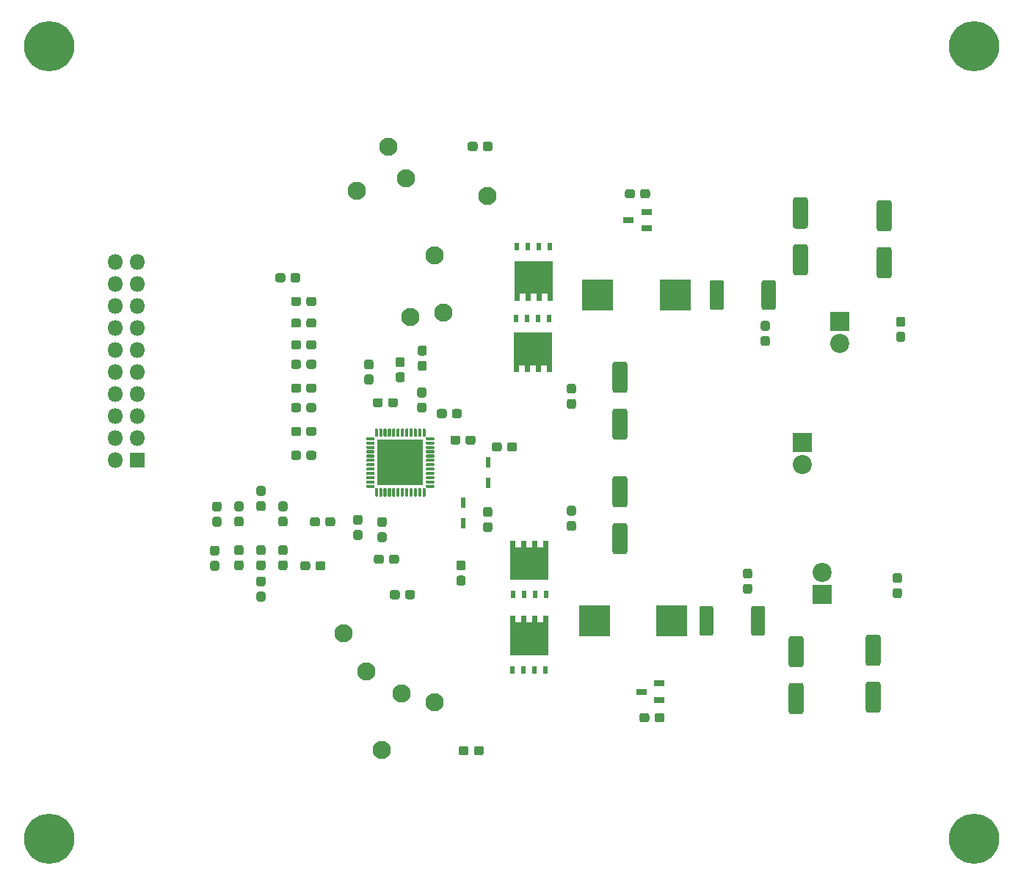
<source format=gts>
%TF.GenerationSoftware,KiCad,Pcbnew,(5.1.6)-1*%
%TF.CreationDate,2020-10-29T17:58:23+05:30*%
%TF.ProjectId,LTC3884,4c544333-3838-4342-9e6b-696361645f70,rev?*%
%TF.SameCoordinates,Original*%
%TF.FileFunction,Soldermask,Top*%
%TF.FilePolarity,Negative*%
%FSLAX46Y46*%
G04 Gerber Fmt 4.6, Leading zero omitted, Abs format (unit mm)*
G04 Created by KiCad (PCBNEW (5.1.6)-1) date 2020-10-29 17:58:23*
%MOMM*%
%LPD*%
G01*
G04 APERTURE LIST*
%ADD10C,5.800000*%
%ADD11R,3.650000X3.600000*%
%ADD12C,2.100000*%
%ADD13R,0.600000X0.950000*%
%ADD14C,0.100000*%
%ADD15R,5.250000X5.250000*%
%ADD16R,0.600000X1.175000*%
%ADD17R,1.200000X0.750000*%
%ADD18R,2.200000X2.200000*%
%ADD19C,2.200000*%
%ADD20R,1.800000X1.800000*%
%ADD21O,1.800000X1.800000*%
G04 APERTURE END LIST*
D10*
%TO.C,REF\u002A\u002A*%
X130810000Y-158750000D03*
%TD*%
%TO.C,REF\u002A\u002A*%
X237490000Y-158750000D03*
%TD*%
%TO.C,REF\u002A\u002A*%
X130810000Y-67310000D03*
%TD*%
%TO.C,REF\u002A\u002A*%
X237490000Y-67310000D03*
%TD*%
%TO.C,C25*%
G36*
G01*
X181093500Y-122220000D02*
X181618500Y-122220000D01*
G75*
G02*
X181881000Y-122482500I0J-262500D01*
G01*
X181881000Y-123107500D01*
G75*
G02*
X181618500Y-123370000I-262500J0D01*
G01*
X181093500Y-123370000D01*
G75*
G02*
X180831000Y-123107500I0J262500D01*
G01*
X180831000Y-122482500D01*
G75*
G02*
X181093500Y-122220000I262500J0D01*
G01*
G37*
G36*
G01*
X181093500Y-120470000D02*
X181618500Y-120470000D01*
G75*
G02*
X181881000Y-120732500I0J-262500D01*
G01*
X181881000Y-121357500D01*
G75*
G02*
X181618500Y-121620000I-262500J0D01*
G01*
X181093500Y-121620000D01*
G75*
G02*
X180831000Y-121357500I0J262500D01*
G01*
X180831000Y-120732500D01*
G75*
G02*
X181093500Y-120470000I262500J0D01*
G01*
G37*
%TD*%
%TO.C,R27*%
G36*
G01*
X207375000Y-132145392D02*
X207375000Y-135062608D01*
G75*
G02*
X207108608Y-135329000I-266392J0D01*
G01*
X206016392Y-135329000D01*
G75*
G02*
X205750000Y-135062608I0J266392D01*
G01*
X205750000Y-132145392D01*
G75*
G02*
X206016392Y-131879000I266392J0D01*
G01*
X207108608Y-131879000D01*
G75*
G02*
X207375000Y-132145392I0J-266392D01*
G01*
G37*
G36*
G01*
X213350000Y-132145392D02*
X213350000Y-135062608D01*
G75*
G02*
X213083608Y-135329000I-266392J0D01*
G01*
X211991392Y-135329000D01*
G75*
G02*
X211725000Y-135062608I0J266392D01*
G01*
X211725000Y-132145392D01*
G75*
G02*
X211991392Y-131879000I266392J0D01*
G01*
X213083608Y-131879000D01*
G75*
G02*
X213350000Y-132145392I0J-266392D01*
G01*
G37*
%TD*%
%TO.C,R26*%
G36*
G01*
X208584500Y-94553392D02*
X208584500Y-97470608D01*
G75*
G02*
X208318108Y-97737000I-266392J0D01*
G01*
X207225892Y-97737000D01*
G75*
G02*
X206959500Y-97470608I0J266392D01*
G01*
X206959500Y-94553392D01*
G75*
G02*
X207225892Y-94287000I266392J0D01*
G01*
X208318108Y-94287000D01*
G75*
G02*
X208584500Y-94553392I0J-266392D01*
G01*
G37*
G36*
G01*
X214559500Y-94553392D02*
X214559500Y-97470608D01*
G75*
G02*
X214293108Y-97737000I-266392J0D01*
G01*
X213200892Y-97737000D01*
G75*
G02*
X212934500Y-97470608I0J266392D01*
G01*
X212934500Y-94553392D01*
G75*
G02*
X213200892Y-94287000I266392J0D01*
G01*
X214293108Y-94287000D01*
G75*
G02*
X214559500Y-94553392I0J-266392D01*
G01*
G37*
%TD*%
D11*
%TO.C,L2*%
X202595000Y-133604000D03*
X193645000Y-133604000D03*
%TD*%
%TO.C,L1*%
X203006000Y-96012000D03*
X194056000Y-96012000D03*
%TD*%
%TO.C,C22*%
G36*
G01*
X197180375Y-107304000D02*
X196011625Y-107304000D01*
G75*
G02*
X195746000Y-107038375I0J265625D01*
G01*
X195746000Y-103969625D01*
G75*
G02*
X196011625Y-103704000I265625J0D01*
G01*
X197180375Y-103704000D01*
G75*
G02*
X197446000Y-103969625I0J-265625D01*
G01*
X197446000Y-107038375D01*
G75*
G02*
X197180375Y-107304000I-265625J0D01*
G01*
G37*
G36*
G01*
X197180375Y-112704000D02*
X196011625Y-112704000D01*
G75*
G02*
X195746000Y-112438375I0J265625D01*
G01*
X195746000Y-109369625D01*
G75*
G02*
X196011625Y-109104000I265625J0D01*
G01*
X197180375Y-109104000D01*
G75*
G02*
X197446000Y-109369625I0J-265625D01*
G01*
X197446000Y-112438375D01*
G75*
G02*
X197180375Y-112704000I-265625J0D01*
G01*
G37*
%TD*%
%TO.C,C21*%
G36*
G01*
X196011625Y-122312000D02*
X197180375Y-122312000D01*
G75*
G02*
X197446000Y-122577625I0J-265625D01*
G01*
X197446000Y-125646375D01*
G75*
G02*
X197180375Y-125912000I-265625J0D01*
G01*
X196011625Y-125912000D01*
G75*
G02*
X195746000Y-125646375I0J265625D01*
G01*
X195746000Y-122577625D01*
G75*
G02*
X196011625Y-122312000I265625J0D01*
G01*
G37*
G36*
G01*
X196011625Y-116912000D02*
X197180375Y-116912000D01*
G75*
G02*
X197446000Y-117177625I0J-265625D01*
G01*
X197446000Y-120246375D01*
G75*
G02*
X197180375Y-120512000I-265625J0D01*
G01*
X196011625Y-120512000D01*
G75*
G02*
X195746000Y-120246375I0J265625D01*
G01*
X195746000Y-117177625D01*
G75*
G02*
X196011625Y-116912000I265625J0D01*
G01*
G37*
%TD*%
%TO.C,C17*%
G36*
G01*
X216331625Y-140760000D02*
X217500375Y-140760000D01*
G75*
G02*
X217766000Y-141025625I0J-265625D01*
G01*
X217766000Y-144094375D01*
G75*
G02*
X217500375Y-144360000I-265625J0D01*
G01*
X216331625Y-144360000D01*
G75*
G02*
X216066000Y-144094375I0J265625D01*
G01*
X216066000Y-141025625D01*
G75*
G02*
X216331625Y-140760000I265625J0D01*
G01*
G37*
G36*
G01*
X216331625Y-135360000D02*
X217500375Y-135360000D01*
G75*
G02*
X217766000Y-135625625I0J-265625D01*
G01*
X217766000Y-138694375D01*
G75*
G02*
X217500375Y-138960000I-265625J0D01*
G01*
X216331625Y-138960000D01*
G75*
G02*
X216066000Y-138694375I0J265625D01*
G01*
X216066000Y-135625625D01*
G75*
G02*
X216331625Y-135360000I265625J0D01*
G01*
G37*
%TD*%
%TO.C,C15*%
G36*
G01*
X225221625Y-140600000D02*
X226390375Y-140600000D01*
G75*
G02*
X226656000Y-140865625I0J-265625D01*
G01*
X226656000Y-143934375D01*
G75*
G02*
X226390375Y-144200000I-265625J0D01*
G01*
X225221625Y-144200000D01*
G75*
G02*
X224956000Y-143934375I0J265625D01*
G01*
X224956000Y-140865625D01*
G75*
G02*
X225221625Y-140600000I265625J0D01*
G01*
G37*
G36*
G01*
X225221625Y-135200000D02*
X226390375Y-135200000D01*
G75*
G02*
X226656000Y-135465625I0J-265625D01*
G01*
X226656000Y-138534375D01*
G75*
G02*
X226390375Y-138800000I-265625J0D01*
G01*
X225221625Y-138800000D01*
G75*
G02*
X224956000Y-138534375I0J265625D01*
G01*
X224956000Y-135465625D01*
G75*
G02*
X225221625Y-135200000I265625J0D01*
G01*
G37*
%TD*%
%TO.C,C14*%
G36*
G01*
X227660375Y-88668000D02*
X226491625Y-88668000D01*
G75*
G02*
X226226000Y-88402375I0J265625D01*
G01*
X226226000Y-85333625D01*
G75*
G02*
X226491625Y-85068000I265625J0D01*
G01*
X227660375Y-85068000D01*
G75*
G02*
X227926000Y-85333625I0J-265625D01*
G01*
X227926000Y-88402375D01*
G75*
G02*
X227660375Y-88668000I-265625J0D01*
G01*
G37*
G36*
G01*
X227660375Y-94068000D02*
X226491625Y-94068000D01*
G75*
G02*
X226226000Y-93802375I0J265625D01*
G01*
X226226000Y-90733625D01*
G75*
G02*
X226491625Y-90468000I265625J0D01*
G01*
X227660375Y-90468000D01*
G75*
G02*
X227926000Y-90733625I0J-265625D01*
G01*
X227926000Y-93802375D01*
G75*
G02*
X227660375Y-94068000I-265625J0D01*
G01*
G37*
%TD*%
%TO.C,C13*%
G36*
G01*
X218008375Y-88348000D02*
X216839625Y-88348000D01*
G75*
G02*
X216574000Y-88082375I0J265625D01*
G01*
X216574000Y-85013625D01*
G75*
G02*
X216839625Y-84748000I265625J0D01*
G01*
X218008375Y-84748000D01*
G75*
G02*
X218274000Y-85013625I0J-265625D01*
G01*
X218274000Y-88082375D01*
G75*
G02*
X218008375Y-88348000I-265625J0D01*
G01*
G37*
G36*
G01*
X218008375Y-93748000D02*
X216839625Y-93748000D01*
G75*
G02*
X216574000Y-93482375I0J265625D01*
G01*
X216574000Y-90413625D01*
G75*
G02*
X216839625Y-90148000I265625J0D01*
G01*
X218008375Y-90148000D01*
G75*
G02*
X218274000Y-90413625I0J-265625D01*
G01*
X218274000Y-93482375D01*
G75*
G02*
X218008375Y-93748000I-265625J0D01*
G01*
G37*
%TD*%
D12*
%TO.C,TP12*%
X169164000Y-148463000D03*
%TD*%
%TO.C,TP11*%
X169926000Y-78867000D03*
%TD*%
D13*
%TO.C,Q4*%
X188545840Y-90430000D03*
X187275840Y-90430000D03*
X186005840Y-90430000D03*
X184735840Y-90430000D03*
D14*
G36*
X188245840Y-96655000D02*
G01*
X188245840Y-95855000D01*
X187575840Y-95855000D01*
X187575840Y-96655000D01*
X186975840Y-96655000D01*
X186975840Y-95855000D01*
X186305840Y-95855000D01*
X186305840Y-96655000D01*
X185705840Y-96655000D01*
X185705840Y-95855000D01*
X185035840Y-95855000D01*
X185035840Y-96655000D01*
X184435840Y-96655000D01*
X184435840Y-92105000D01*
X188845840Y-92105000D01*
X188845840Y-96655000D01*
X188245840Y-96655000D01*
G37*
%TD*%
%TO.C,U1*%
G36*
G01*
X173922000Y-111416400D02*
X174097000Y-111416400D01*
G75*
G02*
X174184500Y-111503900I0J-87500D01*
G01*
X174184500Y-112303900D01*
G75*
G02*
X174097000Y-112391400I-87500J0D01*
G01*
X173922000Y-112391400D01*
G75*
G02*
X173834500Y-112303900I0J87500D01*
G01*
X173834500Y-111503900D01*
G75*
G02*
X173922000Y-111416400I87500J0D01*
G01*
G37*
G36*
G01*
X173422000Y-111416400D02*
X173597000Y-111416400D01*
G75*
G02*
X173684500Y-111503900I0J-87500D01*
G01*
X173684500Y-112303900D01*
G75*
G02*
X173597000Y-112391400I-87500J0D01*
G01*
X173422000Y-112391400D01*
G75*
G02*
X173334500Y-112303900I0J87500D01*
G01*
X173334500Y-111503900D01*
G75*
G02*
X173422000Y-111416400I87500J0D01*
G01*
G37*
G36*
G01*
X172922000Y-111416400D02*
X173097000Y-111416400D01*
G75*
G02*
X173184500Y-111503900I0J-87500D01*
G01*
X173184500Y-112303900D01*
G75*
G02*
X173097000Y-112391400I-87500J0D01*
G01*
X172922000Y-112391400D01*
G75*
G02*
X172834500Y-112303900I0J87500D01*
G01*
X172834500Y-111503900D01*
G75*
G02*
X172922000Y-111416400I87500J0D01*
G01*
G37*
G36*
G01*
X172422000Y-111416400D02*
X172597000Y-111416400D01*
G75*
G02*
X172684500Y-111503900I0J-87500D01*
G01*
X172684500Y-112303900D01*
G75*
G02*
X172597000Y-112391400I-87500J0D01*
G01*
X172422000Y-112391400D01*
G75*
G02*
X172334500Y-112303900I0J87500D01*
G01*
X172334500Y-111503900D01*
G75*
G02*
X172422000Y-111416400I87500J0D01*
G01*
G37*
G36*
G01*
X171922000Y-111416400D02*
X172097000Y-111416400D01*
G75*
G02*
X172184500Y-111503900I0J-87500D01*
G01*
X172184500Y-112303900D01*
G75*
G02*
X172097000Y-112391400I-87500J0D01*
G01*
X171922000Y-112391400D01*
G75*
G02*
X171834500Y-112303900I0J87500D01*
G01*
X171834500Y-111503900D01*
G75*
G02*
X171922000Y-111416400I87500J0D01*
G01*
G37*
G36*
G01*
X171422000Y-111416400D02*
X171597000Y-111416400D01*
G75*
G02*
X171684500Y-111503900I0J-87500D01*
G01*
X171684500Y-112303900D01*
G75*
G02*
X171597000Y-112391400I-87500J0D01*
G01*
X171422000Y-112391400D01*
G75*
G02*
X171334500Y-112303900I0J87500D01*
G01*
X171334500Y-111503900D01*
G75*
G02*
X171422000Y-111416400I87500J0D01*
G01*
G37*
G36*
G01*
X170922000Y-111416400D02*
X171097000Y-111416400D01*
G75*
G02*
X171184500Y-111503900I0J-87500D01*
G01*
X171184500Y-112303900D01*
G75*
G02*
X171097000Y-112391400I-87500J0D01*
G01*
X170922000Y-112391400D01*
G75*
G02*
X170834500Y-112303900I0J87500D01*
G01*
X170834500Y-111503900D01*
G75*
G02*
X170922000Y-111416400I87500J0D01*
G01*
G37*
G36*
G01*
X170422000Y-111416400D02*
X170597000Y-111416400D01*
G75*
G02*
X170684500Y-111503900I0J-87500D01*
G01*
X170684500Y-112303900D01*
G75*
G02*
X170597000Y-112391400I-87500J0D01*
G01*
X170422000Y-112391400D01*
G75*
G02*
X170334500Y-112303900I0J87500D01*
G01*
X170334500Y-111503900D01*
G75*
G02*
X170422000Y-111416400I87500J0D01*
G01*
G37*
G36*
G01*
X169922000Y-111416400D02*
X170097000Y-111416400D01*
G75*
G02*
X170184500Y-111503900I0J-87500D01*
G01*
X170184500Y-112303900D01*
G75*
G02*
X170097000Y-112391400I-87500J0D01*
G01*
X169922000Y-112391400D01*
G75*
G02*
X169834500Y-112303900I0J87500D01*
G01*
X169834500Y-111503900D01*
G75*
G02*
X169922000Y-111416400I87500J0D01*
G01*
G37*
G36*
G01*
X169422000Y-111416400D02*
X169597000Y-111416400D01*
G75*
G02*
X169684500Y-111503900I0J-87500D01*
G01*
X169684500Y-112303900D01*
G75*
G02*
X169597000Y-112391400I-87500J0D01*
G01*
X169422000Y-112391400D01*
G75*
G02*
X169334500Y-112303900I0J87500D01*
G01*
X169334500Y-111503900D01*
G75*
G02*
X169422000Y-111416400I87500J0D01*
G01*
G37*
G36*
G01*
X168922000Y-111416400D02*
X169097000Y-111416400D01*
G75*
G02*
X169184500Y-111503900I0J-87500D01*
G01*
X169184500Y-112303900D01*
G75*
G02*
X169097000Y-112391400I-87500J0D01*
G01*
X168922000Y-112391400D01*
G75*
G02*
X168834500Y-112303900I0J87500D01*
G01*
X168834500Y-111503900D01*
G75*
G02*
X168922000Y-111416400I87500J0D01*
G01*
G37*
G36*
G01*
X168422000Y-111416400D02*
X168597000Y-111416400D01*
G75*
G02*
X168684500Y-111503900I0J-87500D01*
G01*
X168684500Y-112303900D01*
G75*
G02*
X168597000Y-112391400I-87500J0D01*
G01*
X168422000Y-112391400D01*
G75*
G02*
X168334500Y-112303900I0J87500D01*
G01*
X168334500Y-111503900D01*
G75*
G02*
X168422000Y-111416400I87500J0D01*
G01*
G37*
G36*
G01*
X167422000Y-112416400D02*
X168222000Y-112416400D01*
G75*
G02*
X168309500Y-112503900I0J-87500D01*
G01*
X168309500Y-112678900D01*
G75*
G02*
X168222000Y-112766400I-87500J0D01*
G01*
X167422000Y-112766400D01*
G75*
G02*
X167334500Y-112678900I0J87500D01*
G01*
X167334500Y-112503900D01*
G75*
G02*
X167422000Y-112416400I87500J0D01*
G01*
G37*
G36*
G01*
X167422000Y-112916400D02*
X168222000Y-112916400D01*
G75*
G02*
X168309500Y-113003900I0J-87500D01*
G01*
X168309500Y-113178900D01*
G75*
G02*
X168222000Y-113266400I-87500J0D01*
G01*
X167422000Y-113266400D01*
G75*
G02*
X167334500Y-113178900I0J87500D01*
G01*
X167334500Y-113003900D01*
G75*
G02*
X167422000Y-112916400I87500J0D01*
G01*
G37*
G36*
G01*
X167422000Y-113416400D02*
X168222000Y-113416400D01*
G75*
G02*
X168309500Y-113503900I0J-87500D01*
G01*
X168309500Y-113678900D01*
G75*
G02*
X168222000Y-113766400I-87500J0D01*
G01*
X167422000Y-113766400D01*
G75*
G02*
X167334500Y-113678900I0J87500D01*
G01*
X167334500Y-113503900D01*
G75*
G02*
X167422000Y-113416400I87500J0D01*
G01*
G37*
G36*
G01*
X167422000Y-113916400D02*
X168222000Y-113916400D01*
G75*
G02*
X168309500Y-114003900I0J-87500D01*
G01*
X168309500Y-114178900D01*
G75*
G02*
X168222000Y-114266400I-87500J0D01*
G01*
X167422000Y-114266400D01*
G75*
G02*
X167334500Y-114178900I0J87500D01*
G01*
X167334500Y-114003900D01*
G75*
G02*
X167422000Y-113916400I87500J0D01*
G01*
G37*
G36*
G01*
X167422000Y-114416400D02*
X168222000Y-114416400D01*
G75*
G02*
X168309500Y-114503900I0J-87500D01*
G01*
X168309500Y-114678900D01*
G75*
G02*
X168222000Y-114766400I-87500J0D01*
G01*
X167422000Y-114766400D01*
G75*
G02*
X167334500Y-114678900I0J87500D01*
G01*
X167334500Y-114503900D01*
G75*
G02*
X167422000Y-114416400I87500J0D01*
G01*
G37*
G36*
G01*
X167422000Y-114916400D02*
X168222000Y-114916400D01*
G75*
G02*
X168309500Y-115003900I0J-87500D01*
G01*
X168309500Y-115178900D01*
G75*
G02*
X168222000Y-115266400I-87500J0D01*
G01*
X167422000Y-115266400D01*
G75*
G02*
X167334500Y-115178900I0J87500D01*
G01*
X167334500Y-115003900D01*
G75*
G02*
X167422000Y-114916400I87500J0D01*
G01*
G37*
G36*
G01*
X167422000Y-115416400D02*
X168222000Y-115416400D01*
G75*
G02*
X168309500Y-115503900I0J-87500D01*
G01*
X168309500Y-115678900D01*
G75*
G02*
X168222000Y-115766400I-87500J0D01*
G01*
X167422000Y-115766400D01*
G75*
G02*
X167334500Y-115678900I0J87500D01*
G01*
X167334500Y-115503900D01*
G75*
G02*
X167422000Y-115416400I87500J0D01*
G01*
G37*
G36*
G01*
X167422000Y-115916400D02*
X168222000Y-115916400D01*
G75*
G02*
X168309500Y-116003900I0J-87500D01*
G01*
X168309500Y-116178900D01*
G75*
G02*
X168222000Y-116266400I-87500J0D01*
G01*
X167422000Y-116266400D01*
G75*
G02*
X167334500Y-116178900I0J87500D01*
G01*
X167334500Y-116003900D01*
G75*
G02*
X167422000Y-115916400I87500J0D01*
G01*
G37*
G36*
G01*
X167422000Y-116416400D02*
X168222000Y-116416400D01*
G75*
G02*
X168309500Y-116503900I0J-87500D01*
G01*
X168309500Y-116678900D01*
G75*
G02*
X168222000Y-116766400I-87500J0D01*
G01*
X167422000Y-116766400D01*
G75*
G02*
X167334500Y-116678900I0J87500D01*
G01*
X167334500Y-116503900D01*
G75*
G02*
X167422000Y-116416400I87500J0D01*
G01*
G37*
G36*
G01*
X167422000Y-116916400D02*
X168222000Y-116916400D01*
G75*
G02*
X168309500Y-117003900I0J-87500D01*
G01*
X168309500Y-117178900D01*
G75*
G02*
X168222000Y-117266400I-87500J0D01*
G01*
X167422000Y-117266400D01*
G75*
G02*
X167334500Y-117178900I0J87500D01*
G01*
X167334500Y-117003900D01*
G75*
G02*
X167422000Y-116916400I87500J0D01*
G01*
G37*
G36*
G01*
X167422000Y-117416400D02*
X168222000Y-117416400D01*
G75*
G02*
X168309500Y-117503900I0J-87500D01*
G01*
X168309500Y-117678900D01*
G75*
G02*
X168222000Y-117766400I-87500J0D01*
G01*
X167422000Y-117766400D01*
G75*
G02*
X167334500Y-117678900I0J87500D01*
G01*
X167334500Y-117503900D01*
G75*
G02*
X167422000Y-117416400I87500J0D01*
G01*
G37*
G36*
G01*
X167422000Y-117916400D02*
X168222000Y-117916400D01*
G75*
G02*
X168309500Y-118003900I0J-87500D01*
G01*
X168309500Y-118178900D01*
G75*
G02*
X168222000Y-118266400I-87500J0D01*
G01*
X167422000Y-118266400D01*
G75*
G02*
X167334500Y-118178900I0J87500D01*
G01*
X167334500Y-118003900D01*
G75*
G02*
X167422000Y-117916400I87500J0D01*
G01*
G37*
G36*
G01*
X168422000Y-118291400D02*
X168597000Y-118291400D01*
G75*
G02*
X168684500Y-118378900I0J-87500D01*
G01*
X168684500Y-119178900D01*
G75*
G02*
X168597000Y-119266400I-87500J0D01*
G01*
X168422000Y-119266400D01*
G75*
G02*
X168334500Y-119178900I0J87500D01*
G01*
X168334500Y-118378900D01*
G75*
G02*
X168422000Y-118291400I87500J0D01*
G01*
G37*
G36*
G01*
X168922000Y-118291400D02*
X169097000Y-118291400D01*
G75*
G02*
X169184500Y-118378900I0J-87500D01*
G01*
X169184500Y-119178900D01*
G75*
G02*
X169097000Y-119266400I-87500J0D01*
G01*
X168922000Y-119266400D01*
G75*
G02*
X168834500Y-119178900I0J87500D01*
G01*
X168834500Y-118378900D01*
G75*
G02*
X168922000Y-118291400I87500J0D01*
G01*
G37*
G36*
G01*
X169422000Y-118291400D02*
X169597000Y-118291400D01*
G75*
G02*
X169684500Y-118378900I0J-87500D01*
G01*
X169684500Y-119178900D01*
G75*
G02*
X169597000Y-119266400I-87500J0D01*
G01*
X169422000Y-119266400D01*
G75*
G02*
X169334500Y-119178900I0J87500D01*
G01*
X169334500Y-118378900D01*
G75*
G02*
X169422000Y-118291400I87500J0D01*
G01*
G37*
G36*
G01*
X169922000Y-118291400D02*
X170097000Y-118291400D01*
G75*
G02*
X170184500Y-118378900I0J-87500D01*
G01*
X170184500Y-119178900D01*
G75*
G02*
X170097000Y-119266400I-87500J0D01*
G01*
X169922000Y-119266400D01*
G75*
G02*
X169834500Y-119178900I0J87500D01*
G01*
X169834500Y-118378900D01*
G75*
G02*
X169922000Y-118291400I87500J0D01*
G01*
G37*
G36*
G01*
X170422000Y-118291400D02*
X170597000Y-118291400D01*
G75*
G02*
X170684500Y-118378900I0J-87500D01*
G01*
X170684500Y-119178900D01*
G75*
G02*
X170597000Y-119266400I-87500J0D01*
G01*
X170422000Y-119266400D01*
G75*
G02*
X170334500Y-119178900I0J87500D01*
G01*
X170334500Y-118378900D01*
G75*
G02*
X170422000Y-118291400I87500J0D01*
G01*
G37*
G36*
G01*
X170922000Y-118291400D02*
X171097000Y-118291400D01*
G75*
G02*
X171184500Y-118378900I0J-87500D01*
G01*
X171184500Y-119178900D01*
G75*
G02*
X171097000Y-119266400I-87500J0D01*
G01*
X170922000Y-119266400D01*
G75*
G02*
X170834500Y-119178900I0J87500D01*
G01*
X170834500Y-118378900D01*
G75*
G02*
X170922000Y-118291400I87500J0D01*
G01*
G37*
G36*
G01*
X171422000Y-118291400D02*
X171597000Y-118291400D01*
G75*
G02*
X171684500Y-118378900I0J-87500D01*
G01*
X171684500Y-119178900D01*
G75*
G02*
X171597000Y-119266400I-87500J0D01*
G01*
X171422000Y-119266400D01*
G75*
G02*
X171334500Y-119178900I0J87500D01*
G01*
X171334500Y-118378900D01*
G75*
G02*
X171422000Y-118291400I87500J0D01*
G01*
G37*
G36*
G01*
X171922000Y-118291400D02*
X172097000Y-118291400D01*
G75*
G02*
X172184500Y-118378900I0J-87500D01*
G01*
X172184500Y-119178900D01*
G75*
G02*
X172097000Y-119266400I-87500J0D01*
G01*
X171922000Y-119266400D01*
G75*
G02*
X171834500Y-119178900I0J87500D01*
G01*
X171834500Y-118378900D01*
G75*
G02*
X171922000Y-118291400I87500J0D01*
G01*
G37*
G36*
G01*
X172422000Y-118291400D02*
X172597000Y-118291400D01*
G75*
G02*
X172684500Y-118378900I0J-87500D01*
G01*
X172684500Y-119178900D01*
G75*
G02*
X172597000Y-119266400I-87500J0D01*
G01*
X172422000Y-119266400D01*
G75*
G02*
X172334500Y-119178900I0J87500D01*
G01*
X172334500Y-118378900D01*
G75*
G02*
X172422000Y-118291400I87500J0D01*
G01*
G37*
G36*
G01*
X172922000Y-118291400D02*
X173097000Y-118291400D01*
G75*
G02*
X173184500Y-118378900I0J-87500D01*
G01*
X173184500Y-119178900D01*
G75*
G02*
X173097000Y-119266400I-87500J0D01*
G01*
X172922000Y-119266400D01*
G75*
G02*
X172834500Y-119178900I0J87500D01*
G01*
X172834500Y-118378900D01*
G75*
G02*
X172922000Y-118291400I87500J0D01*
G01*
G37*
G36*
G01*
X173422000Y-118291400D02*
X173597000Y-118291400D01*
G75*
G02*
X173684500Y-118378900I0J-87500D01*
G01*
X173684500Y-119178900D01*
G75*
G02*
X173597000Y-119266400I-87500J0D01*
G01*
X173422000Y-119266400D01*
G75*
G02*
X173334500Y-119178900I0J87500D01*
G01*
X173334500Y-118378900D01*
G75*
G02*
X173422000Y-118291400I87500J0D01*
G01*
G37*
G36*
G01*
X173922000Y-118291400D02*
X174097000Y-118291400D01*
G75*
G02*
X174184500Y-118378900I0J-87500D01*
G01*
X174184500Y-119178900D01*
G75*
G02*
X174097000Y-119266400I-87500J0D01*
G01*
X173922000Y-119266400D01*
G75*
G02*
X173834500Y-119178900I0J87500D01*
G01*
X173834500Y-118378900D01*
G75*
G02*
X173922000Y-118291400I87500J0D01*
G01*
G37*
G36*
G01*
X174297000Y-117916400D02*
X175097000Y-117916400D01*
G75*
G02*
X175184500Y-118003900I0J-87500D01*
G01*
X175184500Y-118178900D01*
G75*
G02*
X175097000Y-118266400I-87500J0D01*
G01*
X174297000Y-118266400D01*
G75*
G02*
X174209500Y-118178900I0J87500D01*
G01*
X174209500Y-118003900D01*
G75*
G02*
X174297000Y-117916400I87500J0D01*
G01*
G37*
G36*
G01*
X174297000Y-117416400D02*
X175097000Y-117416400D01*
G75*
G02*
X175184500Y-117503900I0J-87500D01*
G01*
X175184500Y-117678900D01*
G75*
G02*
X175097000Y-117766400I-87500J0D01*
G01*
X174297000Y-117766400D01*
G75*
G02*
X174209500Y-117678900I0J87500D01*
G01*
X174209500Y-117503900D01*
G75*
G02*
X174297000Y-117416400I87500J0D01*
G01*
G37*
G36*
G01*
X174297000Y-116916400D02*
X175097000Y-116916400D01*
G75*
G02*
X175184500Y-117003900I0J-87500D01*
G01*
X175184500Y-117178900D01*
G75*
G02*
X175097000Y-117266400I-87500J0D01*
G01*
X174297000Y-117266400D01*
G75*
G02*
X174209500Y-117178900I0J87500D01*
G01*
X174209500Y-117003900D01*
G75*
G02*
X174297000Y-116916400I87500J0D01*
G01*
G37*
G36*
G01*
X174297000Y-116416400D02*
X175097000Y-116416400D01*
G75*
G02*
X175184500Y-116503900I0J-87500D01*
G01*
X175184500Y-116678900D01*
G75*
G02*
X175097000Y-116766400I-87500J0D01*
G01*
X174297000Y-116766400D01*
G75*
G02*
X174209500Y-116678900I0J87500D01*
G01*
X174209500Y-116503900D01*
G75*
G02*
X174297000Y-116416400I87500J0D01*
G01*
G37*
G36*
G01*
X174297000Y-115916400D02*
X175097000Y-115916400D01*
G75*
G02*
X175184500Y-116003900I0J-87500D01*
G01*
X175184500Y-116178900D01*
G75*
G02*
X175097000Y-116266400I-87500J0D01*
G01*
X174297000Y-116266400D01*
G75*
G02*
X174209500Y-116178900I0J87500D01*
G01*
X174209500Y-116003900D01*
G75*
G02*
X174297000Y-115916400I87500J0D01*
G01*
G37*
G36*
G01*
X174297000Y-115416400D02*
X175097000Y-115416400D01*
G75*
G02*
X175184500Y-115503900I0J-87500D01*
G01*
X175184500Y-115678900D01*
G75*
G02*
X175097000Y-115766400I-87500J0D01*
G01*
X174297000Y-115766400D01*
G75*
G02*
X174209500Y-115678900I0J87500D01*
G01*
X174209500Y-115503900D01*
G75*
G02*
X174297000Y-115416400I87500J0D01*
G01*
G37*
G36*
G01*
X174297000Y-114916400D02*
X175097000Y-114916400D01*
G75*
G02*
X175184500Y-115003900I0J-87500D01*
G01*
X175184500Y-115178900D01*
G75*
G02*
X175097000Y-115266400I-87500J0D01*
G01*
X174297000Y-115266400D01*
G75*
G02*
X174209500Y-115178900I0J87500D01*
G01*
X174209500Y-115003900D01*
G75*
G02*
X174297000Y-114916400I87500J0D01*
G01*
G37*
G36*
G01*
X174297000Y-114416400D02*
X175097000Y-114416400D01*
G75*
G02*
X175184500Y-114503900I0J-87500D01*
G01*
X175184500Y-114678900D01*
G75*
G02*
X175097000Y-114766400I-87500J0D01*
G01*
X174297000Y-114766400D01*
G75*
G02*
X174209500Y-114678900I0J87500D01*
G01*
X174209500Y-114503900D01*
G75*
G02*
X174297000Y-114416400I87500J0D01*
G01*
G37*
G36*
G01*
X174297000Y-113916400D02*
X175097000Y-113916400D01*
G75*
G02*
X175184500Y-114003900I0J-87500D01*
G01*
X175184500Y-114178900D01*
G75*
G02*
X175097000Y-114266400I-87500J0D01*
G01*
X174297000Y-114266400D01*
G75*
G02*
X174209500Y-114178900I0J87500D01*
G01*
X174209500Y-114003900D01*
G75*
G02*
X174297000Y-113916400I87500J0D01*
G01*
G37*
G36*
G01*
X174297000Y-113416400D02*
X175097000Y-113416400D01*
G75*
G02*
X175184500Y-113503900I0J-87500D01*
G01*
X175184500Y-113678900D01*
G75*
G02*
X175097000Y-113766400I-87500J0D01*
G01*
X174297000Y-113766400D01*
G75*
G02*
X174209500Y-113678900I0J87500D01*
G01*
X174209500Y-113503900D01*
G75*
G02*
X174297000Y-113416400I87500J0D01*
G01*
G37*
G36*
G01*
X174297000Y-112916400D02*
X175097000Y-112916400D01*
G75*
G02*
X175184500Y-113003900I0J-87500D01*
G01*
X175184500Y-113178900D01*
G75*
G02*
X175097000Y-113266400I-87500J0D01*
G01*
X174297000Y-113266400D01*
G75*
G02*
X174209500Y-113178900I0J87500D01*
G01*
X174209500Y-113003900D01*
G75*
G02*
X174297000Y-112916400I87500J0D01*
G01*
G37*
G36*
G01*
X174297000Y-112416400D02*
X175097000Y-112416400D01*
G75*
G02*
X175184500Y-112503900I0J-87500D01*
G01*
X175184500Y-112678900D01*
G75*
G02*
X175097000Y-112766400I-87500J0D01*
G01*
X174297000Y-112766400D01*
G75*
G02*
X174209500Y-112678900I0J87500D01*
G01*
X174209500Y-112503900D01*
G75*
G02*
X174297000Y-112416400I87500J0D01*
G01*
G37*
D15*
X171259500Y-115341400D03*
%TD*%
D14*
%TO.C,Q6*%
G36*
X184505880Y-133011800D02*
G01*
X184505880Y-133811800D01*
X185175880Y-133811800D01*
X185175880Y-133011800D01*
X185775880Y-133011800D01*
X185775880Y-133811800D01*
X186445880Y-133811800D01*
X186445880Y-133011800D01*
X187045880Y-133011800D01*
X187045880Y-133811800D01*
X187715880Y-133811800D01*
X187715880Y-133011800D01*
X188315880Y-133011800D01*
X188315880Y-137561800D01*
X183905880Y-137561800D01*
X183905880Y-133011800D01*
X184505880Y-133011800D01*
G37*
D13*
X188015880Y-139236800D03*
X186745880Y-139236800D03*
X185475880Y-139236800D03*
X184205880Y-139236800D03*
%TD*%
%TO.C,Q5*%
X184266840Y-130575640D03*
X185536840Y-130575640D03*
X186806840Y-130575640D03*
X188076840Y-130575640D03*
D14*
G36*
X184566840Y-124350640D02*
G01*
X184566840Y-125150640D01*
X185236840Y-125150640D01*
X185236840Y-124350640D01*
X185836840Y-124350640D01*
X185836840Y-125150640D01*
X186506840Y-125150640D01*
X186506840Y-124350640D01*
X187106840Y-124350640D01*
X187106840Y-125150640D01*
X187776840Y-125150640D01*
X187776840Y-124350640D01*
X188376840Y-124350640D01*
X188376840Y-128900640D01*
X183966840Y-128900640D01*
X183966840Y-124350640D01*
X184566840Y-124350640D01*
G37*
%TD*%
%TO.C,C2*%
G36*
G01*
X170987500Y-103175000D02*
X171512500Y-103175000D01*
G75*
G02*
X171775000Y-103437500I0J-262500D01*
G01*
X171775000Y-104062500D01*
G75*
G02*
X171512500Y-104325000I-262500J0D01*
G01*
X170987500Y-104325000D01*
G75*
G02*
X170725000Y-104062500I0J262500D01*
G01*
X170725000Y-103437500D01*
G75*
G02*
X170987500Y-103175000I262500J0D01*
G01*
G37*
G36*
G01*
X170987500Y-104925000D02*
X171512500Y-104925000D01*
G75*
G02*
X171775000Y-105187500I0J-262500D01*
G01*
X171775000Y-105812500D01*
G75*
G02*
X171512500Y-106075000I-262500J0D01*
G01*
X170987500Y-106075000D01*
G75*
G02*
X170725000Y-105812500I0J262500D01*
G01*
X170725000Y-105187500D01*
G75*
G02*
X170987500Y-104925000I262500J0D01*
G01*
G37*
%TD*%
%TO.C,C3*%
G36*
G01*
X198928000Y-84590500D02*
X198928000Y-84065500D01*
G75*
G02*
X199190500Y-83803000I262500J0D01*
G01*
X199815500Y-83803000D01*
G75*
G02*
X200078000Y-84065500I0J-262500D01*
G01*
X200078000Y-84590500D01*
G75*
G02*
X199815500Y-84853000I-262500J0D01*
G01*
X199190500Y-84853000D01*
G75*
G02*
X198928000Y-84590500I0J262500D01*
G01*
G37*
G36*
G01*
X197178000Y-84590500D02*
X197178000Y-84065500D01*
G75*
G02*
X197440500Y-83803000I262500J0D01*
G01*
X198065500Y-83803000D01*
G75*
G02*
X198328000Y-84065500I0J-262500D01*
G01*
X198328000Y-84590500D01*
G75*
G02*
X198065500Y-84853000I-262500J0D01*
G01*
X197440500Y-84853000D01*
G75*
G02*
X197178000Y-84590500I0J262500D01*
G01*
G37*
%TD*%
%TO.C,C4*%
G36*
G01*
X173537000Y-103600500D02*
X174062000Y-103600500D01*
G75*
G02*
X174324500Y-103863000I0J-262500D01*
G01*
X174324500Y-104488000D01*
G75*
G02*
X174062000Y-104750500I-262500J0D01*
G01*
X173537000Y-104750500D01*
G75*
G02*
X173274500Y-104488000I0J262500D01*
G01*
X173274500Y-103863000D01*
G75*
G02*
X173537000Y-103600500I262500J0D01*
G01*
G37*
G36*
G01*
X173537000Y-101850500D02*
X174062000Y-101850500D01*
G75*
G02*
X174324500Y-102113000I0J-262500D01*
G01*
X174324500Y-102738000D01*
G75*
G02*
X174062000Y-103000500I-262500J0D01*
G01*
X173537000Y-103000500D01*
G75*
G02*
X173274500Y-102738000I0J262500D01*
G01*
X173274500Y-102113000D01*
G75*
G02*
X173537000Y-101850500I262500J0D01*
G01*
G37*
%TD*%
%TO.C,C5*%
G36*
G01*
X169245000Y-108170100D02*
X169245000Y-108695100D01*
G75*
G02*
X168982500Y-108957600I-262500J0D01*
G01*
X168357500Y-108957600D01*
G75*
G02*
X168095000Y-108695100I0J262500D01*
G01*
X168095000Y-108170100D01*
G75*
G02*
X168357500Y-107907600I262500J0D01*
G01*
X168982500Y-107907600D01*
G75*
G02*
X169245000Y-108170100I0J-262500D01*
G01*
G37*
G36*
G01*
X170995000Y-108170100D02*
X170995000Y-108695100D01*
G75*
G02*
X170732500Y-108957600I-262500J0D01*
G01*
X170107500Y-108957600D01*
G75*
G02*
X169845000Y-108695100I0J262500D01*
G01*
X169845000Y-108170100D01*
G75*
G02*
X170107500Y-107907600I262500J0D01*
G01*
X170732500Y-107907600D01*
G75*
G02*
X170995000Y-108170100I0J-262500D01*
G01*
G37*
%TD*%
%TO.C,C6*%
G36*
G01*
X174012500Y-109575000D02*
X173487500Y-109575000D01*
G75*
G02*
X173225000Y-109312500I0J262500D01*
G01*
X173225000Y-108687500D01*
G75*
G02*
X173487500Y-108425000I262500J0D01*
G01*
X174012500Y-108425000D01*
G75*
G02*
X174275000Y-108687500I0J-262500D01*
G01*
X174275000Y-109312500D01*
G75*
G02*
X174012500Y-109575000I-262500J0D01*
G01*
G37*
G36*
G01*
X174012500Y-107825000D02*
X173487500Y-107825000D01*
G75*
G02*
X173225000Y-107562500I0J262500D01*
G01*
X173225000Y-106937500D01*
G75*
G02*
X173487500Y-106675000I262500J0D01*
G01*
X174012500Y-106675000D01*
G75*
G02*
X174275000Y-106937500I0J-262500D01*
G01*
X174275000Y-107562500D01*
G75*
G02*
X174012500Y-107825000I-262500J0D01*
G01*
G37*
%TD*%
%TO.C,C7*%
G36*
G01*
X179942120Y-112487500D02*
X179942120Y-113012500D01*
G75*
G02*
X179679620Y-113275000I-262500J0D01*
G01*
X179054620Y-113275000D01*
G75*
G02*
X178792120Y-113012500I0J262500D01*
G01*
X178792120Y-112487500D01*
G75*
G02*
X179054620Y-112225000I262500J0D01*
G01*
X179679620Y-112225000D01*
G75*
G02*
X179942120Y-112487500I0J-262500D01*
G01*
G37*
G36*
G01*
X178192120Y-112487500D02*
X178192120Y-113012500D01*
G75*
G02*
X177929620Y-113275000I-262500J0D01*
G01*
X177304620Y-113275000D01*
G75*
G02*
X177042120Y-113012500I0J262500D01*
G01*
X177042120Y-112487500D01*
G75*
G02*
X177304620Y-112225000I262500J0D01*
G01*
X177929620Y-112225000D01*
G75*
G02*
X178192120Y-112487500I0J-262500D01*
G01*
G37*
%TD*%
%TO.C,C8*%
G36*
G01*
X163756000Y-121911500D02*
X163756000Y-122436500D01*
G75*
G02*
X163493500Y-122699000I-262500J0D01*
G01*
X162868500Y-122699000D01*
G75*
G02*
X162606000Y-122436500I0J262500D01*
G01*
X162606000Y-121911500D01*
G75*
G02*
X162868500Y-121649000I262500J0D01*
G01*
X163493500Y-121649000D01*
G75*
G02*
X163756000Y-121911500I0J-262500D01*
G01*
G37*
G36*
G01*
X162006000Y-121911500D02*
X162006000Y-122436500D01*
G75*
G02*
X161743500Y-122699000I-262500J0D01*
G01*
X161118500Y-122699000D01*
G75*
G02*
X160856000Y-122436500I0J262500D01*
G01*
X160856000Y-121911500D01*
G75*
G02*
X161118500Y-121649000I262500J0D01*
G01*
X161743500Y-121649000D01*
G75*
G02*
X162006000Y-121911500I0J-262500D01*
G01*
G37*
%TD*%
%TO.C,C9*%
G36*
G01*
X166632500Y-122523000D02*
X166107500Y-122523000D01*
G75*
G02*
X165845000Y-122260500I0J262500D01*
G01*
X165845000Y-121635500D01*
G75*
G02*
X166107500Y-121373000I262500J0D01*
G01*
X166632500Y-121373000D01*
G75*
G02*
X166895000Y-121635500I0J-262500D01*
G01*
X166895000Y-122260500D01*
G75*
G02*
X166632500Y-122523000I-262500J0D01*
G01*
G37*
G36*
G01*
X166632500Y-124273000D02*
X166107500Y-124273000D01*
G75*
G02*
X165845000Y-124010500I0J262500D01*
G01*
X165845000Y-123385500D01*
G75*
G02*
X166107500Y-123123000I262500J0D01*
G01*
X166632500Y-123123000D01*
G75*
G02*
X166895000Y-123385500I0J-262500D01*
G01*
X166895000Y-124010500D01*
G75*
G02*
X166632500Y-124273000I-262500J0D01*
G01*
G37*
%TD*%
%TO.C,C10*%
G36*
G01*
X168901500Y-121627000D02*
X169426500Y-121627000D01*
G75*
G02*
X169689000Y-121889500I0J-262500D01*
G01*
X169689000Y-122514500D01*
G75*
G02*
X169426500Y-122777000I-262500J0D01*
G01*
X168901500Y-122777000D01*
G75*
G02*
X168639000Y-122514500I0J262500D01*
G01*
X168639000Y-121889500D01*
G75*
G02*
X168901500Y-121627000I262500J0D01*
G01*
G37*
G36*
G01*
X168901500Y-123377000D02*
X169426500Y-123377000D01*
G75*
G02*
X169689000Y-123639500I0J-262500D01*
G01*
X169689000Y-124264500D01*
G75*
G02*
X169426500Y-124527000I-262500J0D01*
G01*
X168901500Y-124527000D01*
G75*
G02*
X168639000Y-124264500I0J262500D01*
G01*
X168639000Y-123639500D01*
G75*
G02*
X168901500Y-123377000I262500J0D01*
G01*
G37*
%TD*%
%TO.C,C11*%
G36*
G01*
X178009940Y-128390960D02*
X178534940Y-128390960D01*
G75*
G02*
X178797440Y-128653460I0J-262500D01*
G01*
X178797440Y-129278460D01*
G75*
G02*
X178534940Y-129540960I-262500J0D01*
G01*
X178009940Y-129540960D01*
G75*
G02*
X177747440Y-129278460I0J262500D01*
G01*
X177747440Y-128653460D01*
G75*
G02*
X178009940Y-128390960I262500J0D01*
G01*
G37*
G36*
G01*
X178009940Y-126640960D02*
X178534940Y-126640960D01*
G75*
G02*
X178797440Y-126903460I0J-262500D01*
G01*
X178797440Y-127528460D01*
G75*
G02*
X178534940Y-127790960I-262500J0D01*
G01*
X178009940Y-127790960D01*
G75*
G02*
X177747440Y-127528460I0J262500D01*
G01*
X177747440Y-126903460D01*
G75*
G02*
X178009940Y-126640960I262500J0D01*
G01*
G37*
%TD*%
%TO.C,C12*%
G36*
G01*
X169372000Y-126229500D02*
X169372000Y-126754500D01*
G75*
G02*
X169109500Y-127017000I-262500J0D01*
G01*
X168484500Y-127017000D01*
G75*
G02*
X168222000Y-126754500I0J262500D01*
G01*
X168222000Y-126229500D01*
G75*
G02*
X168484500Y-125967000I262500J0D01*
G01*
X169109500Y-125967000D01*
G75*
G02*
X169372000Y-126229500I0J-262500D01*
G01*
G37*
G36*
G01*
X171122000Y-126229500D02*
X171122000Y-126754500D01*
G75*
G02*
X170859500Y-127017000I-262500J0D01*
G01*
X170234500Y-127017000D01*
G75*
G02*
X169972000Y-126754500I0J262500D01*
G01*
X169972000Y-126229500D01*
G75*
G02*
X170234500Y-125967000I262500J0D01*
G01*
X170859500Y-125967000D01*
G75*
G02*
X171122000Y-126229500I0J-262500D01*
G01*
G37*
%TD*%
%TO.C,C16*%
G36*
G01*
X228718500Y-98513000D02*
X229243500Y-98513000D01*
G75*
G02*
X229506000Y-98775500I0J-262500D01*
G01*
X229506000Y-99400500D01*
G75*
G02*
X229243500Y-99663000I-262500J0D01*
G01*
X228718500Y-99663000D01*
G75*
G02*
X228456000Y-99400500I0J262500D01*
G01*
X228456000Y-98775500D01*
G75*
G02*
X228718500Y-98513000I262500J0D01*
G01*
G37*
G36*
G01*
X228718500Y-100263000D02*
X229243500Y-100263000D01*
G75*
G02*
X229506000Y-100525500I0J-262500D01*
G01*
X229506000Y-101150500D01*
G75*
G02*
X229243500Y-101413000I-262500J0D01*
G01*
X228718500Y-101413000D01*
G75*
G02*
X228456000Y-101150500I0J262500D01*
G01*
X228456000Y-100525500D01*
G75*
G02*
X228718500Y-100263000I262500J0D01*
G01*
G37*
%TD*%
%TO.C,C18*%
G36*
G01*
X213097500Y-100743000D02*
X213622500Y-100743000D01*
G75*
G02*
X213885000Y-101005500I0J-262500D01*
G01*
X213885000Y-101630500D01*
G75*
G02*
X213622500Y-101893000I-262500J0D01*
G01*
X213097500Y-101893000D01*
G75*
G02*
X212835000Y-101630500I0J262500D01*
G01*
X212835000Y-101005500D01*
G75*
G02*
X213097500Y-100743000I262500J0D01*
G01*
G37*
G36*
G01*
X213097500Y-98993000D02*
X213622500Y-98993000D01*
G75*
G02*
X213885000Y-99255500I0J-262500D01*
G01*
X213885000Y-99880500D01*
G75*
G02*
X213622500Y-100143000I-262500J0D01*
G01*
X213097500Y-100143000D01*
G75*
G02*
X212835000Y-99880500I0J262500D01*
G01*
X212835000Y-99255500D01*
G75*
G02*
X213097500Y-98993000I262500J0D01*
G01*
G37*
%TD*%
%TO.C,C19*%
G36*
G01*
X228862500Y-129240000D02*
X228337500Y-129240000D01*
G75*
G02*
X228075000Y-128977500I0J262500D01*
G01*
X228075000Y-128352500D01*
G75*
G02*
X228337500Y-128090000I262500J0D01*
G01*
X228862500Y-128090000D01*
G75*
G02*
X229125000Y-128352500I0J-262500D01*
G01*
X229125000Y-128977500D01*
G75*
G02*
X228862500Y-129240000I-262500J0D01*
G01*
G37*
G36*
G01*
X228862500Y-130990000D02*
X228337500Y-130990000D01*
G75*
G02*
X228075000Y-130727500I0J262500D01*
G01*
X228075000Y-130102500D01*
G75*
G02*
X228337500Y-129840000I262500J0D01*
G01*
X228862500Y-129840000D01*
G75*
G02*
X229125000Y-130102500I0J-262500D01*
G01*
X229125000Y-130727500D01*
G75*
G02*
X228862500Y-130990000I-262500J0D01*
G01*
G37*
%TD*%
%TO.C,C20*%
G36*
G01*
X211590500Y-130482000D02*
X211065500Y-130482000D01*
G75*
G02*
X210803000Y-130219500I0J262500D01*
G01*
X210803000Y-129594500D01*
G75*
G02*
X211065500Y-129332000I262500J0D01*
G01*
X211590500Y-129332000D01*
G75*
G02*
X211853000Y-129594500I0J-262500D01*
G01*
X211853000Y-130219500D01*
G75*
G02*
X211590500Y-130482000I-262500J0D01*
G01*
G37*
G36*
G01*
X211590500Y-128732000D02*
X211065500Y-128732000D01*
G75*
G02*
X210803000Y-128469500I0J262500D01*
G01*
X210803000Y-127844500D01*
G75*
G02*
X211065500Y-127582000I262500J0D01*
G01*
X211590500Y-127582000D01*
G75*
G02*
X211853000Y-127844500I0J-262500D01*
G01*
X211853000Y-128469500D01*
G75*
G02*
X211590500Y-128732000I-262500J0D01*
G01*
G37*
%TD*%
D16*
%TO.C,D1*%
X181427120Y-117670480D03*
X181427120Y-115346480D03*
%TD*%
%TO.C,D2*%
X178562000Y-122320000D03*
X178562000Y-119996000D03*
%TD*%
D17*
%TO.C,Q1*%
X199068000Y-141788000D03*
X201168000Y-140828000D03*
X201168000Y-142748000D03*
%TD*%
%TO.C,Q2*%
X199678000Y-88336000D03*
X199678000Y-86416000D03*
X197578000Y-87376000D03*
%TD*%
D14*
%TO.C,Q3*%
G36*
X188168000Y-104914840D02*
G01*
X188168000Y-104114840D01*
X187498000Y-104114840D01*
X187498000Y-104914840D01*
X186898000Y-104914840D01*
X186898000Y-104114840D01*
X186228000Y-104114840D01*
X186228000Y-104914840D01*
X185628000Y-104914840D01*
X185628000Y-104114840D01*
X184958000Y-104114840D01*
X184958000Y-104914840D01*
X184358000Y-104914840D01*
X184358000Y-100364840D01*
X188768000Y-100364840D01*
X188768000Y-104914840D01*
X188168000Y-104914840D01*
G37*
D13*
X184658000Y-98689840D03*
X185928000Y-98689840D03*
X187198000Y-98689840D03*
X188468000Y-98689840D03*
%TD*%
%TO.C,R1*%
G36*
G01*
X167377500Y-105195680D02*
X167902500Y-105195680D01*
G75*
G02*
X168165000Y-105458180I0J-262500D01*
G01*
X168165000Y-106083180D01*
G75*
G02*
X167902500Y-106345680I-262500J0D01*
G01*
X167377500Y-106345680D01*
G75*
G02*
X167115000Y-106083180I0J262500D01*
G01*
X167115000Y-105458180D01*
G75*
G02*
X167377500Y-105195680I262500J0D01*
G01*
G37*
G36*
G01*
X167377500Y-103445680D02*
X167902500Y-103445680D01*
G75*
G02*
X168165000Y-103708180I0J-262500D01*
G01*
X168165000Y-104333180D01*
G75*
G02*
X167902500Y-104595680I-262500J0D01*
G01*
X167377500Y-104595680D01*
G75*
G02*
X167115000Y-104333180I0J262500D01*
G01*
X167115000Y-103708180D01*
G75*
G02*
X167377500Y-103445680I262500J0D01*
G01*
G37*
%TD*%
%TO.C,R2*%
G36*
G01*
X178372400Y-109429940D02*
X178372400Y-109954940D01*
G75*
G02*
X178109900Y-110217440I-262500J0D01*
G01*
X177484900Y-110217440D01*
G75*
G02*
X177222400Y-109954940I0J262500D01*
G01*
X177222400Y-109429940D01*
G75*
G02*
X177484900Y-109167440I262500J0D01*
G01*
X178109900Y-109167440D01*
G75*
G02*
X178372400Y-109429940I0J-262500D01*
G01*
G37*
G36*
G01*
X176622400Y-109429940D02*
X176622400Y-109954940D01*
G75*
G02*
X176359900Y-110217440I-262500J0D01*
G01*
X175734900Y-110217440D01*
G75*
G02*
X175472400Y-109954940I0J262500D01*
G01*
X175472400Y-109429940D01*
G75*
G02*
X175734900Y-109167440I262500J0D01*
G01*
X176359900Y-109167440D01*
G75*
G02*
X176622400Y-109429940I0J-262500D01*
G01*
G37*
%TD*%
%TO.C,R3*%
G36*
G01*
X160425000Y-97012500D02*
X160425000Y-96487500D01*
G75*
G02*
X160687500Y-96225000I262500J0D01*
G01*
X161312500Y-96225000D01*
G75*
G02*
X161575000Y-96487500I0J-262500D01*
G01*
X161575000Y-97012500D01*
G75*
G02*
X161312500Y-97275000I-262500J0D01*
G01*
X160687500Y-97275000D01*
G75*
G02*
X160425000Y-97012500I0J262500D01*
G01*
G37*
G36*
G01*
X158675000Y-97012500D02*
X158675000Y-96487500D01*
G75*
G02*
X158937500Y-96225000I262500J0D01*
G01*
X159562500Y-96225000D01*
G75*
G02*
X159825000Y-96487500I0J-262500D01*
G01*
X159825000Y-97012500D01*
G75*
G02*
X159562500Y-97275000I-262500J0D01*
G01*
X158937500Y-97275000D01*
G75*
G02*
X158675000Y-97012500I0J262500D01*
G01*
G37*
%TD*%
%TO.C,R4*%
G36*
G01*
X152391500Y-119815980D02*
X152916500Y-119815980D01*
G75*
G02*
X153179000Y-120078480I0J-262500D01*
G01*
X153179000Y-120703480D01*
G75*
G02*
X152916500Y-120965980I-262500J0D01*
G01*
X152391500Y-120965980D01*
G75*
G02*
X152129000Y-120703480I0J262500D01*
G01*
X152129000Y-120078480D01*
G75*
G02*
X152391500Y-119815980I262500J0D01*
G01*
G37*
G36*
G01*
X152391500Y-121565980D02*
X152916500Y-121565980D01*
G75*
G02*
X153179000Y-121828480I0J-262500D01*
G01*
X153179000Y-122453480D01*
G75*
G02*
X152916500Y-122715980I-262500J0D01*
G01*
X152391500Y-122715980D01*
G75*
G02*
X152129000Y-122453480I0J262500D01*
G01*
X152129000Y-121828480D01*
G75*
G02*
X152391500Y-121565980I262500J0D01*
G01*
G37*
%TD*%
%TO.C,R5*%
G36*
G01*
X159825000Y-98987500D02*
X159825000Y-99512500D01*
G75*
G02*
X159562500Y-99775000I-262500J0D01*
G01*
X158937500Y-99775000D01*
G75*
G02*
X158675000Y-99512500I0J262500D01*
G01*
X158675000Y-98987500D01*
G75*
G02*
X158937500Y-98725000I262500J0D01*
G01*
X159562500Y-98725000D01*
G75*
G02*
X159825000Y-98987500I0J-262500D01*
G01*
G37*
G36*
G01*
X161575000Y-98987500D02*
X161575000Y-99512500D01*
G75*
G02*
X161312500Y-99775000I-262500J0D01*
G01*
X160687500Y-99775000D01*
G75*
G02*
X160425000Y-99512500I0J262500D01*
G01*
X160425000Y-98987500D01*
G75*
G02*
X160687500Y-98725000I262500J0D01*
G01*
X161312500Y-98725000D01*
G75*
G02*
X161575000Y-98987500I0J-262500D01*
G01*
G37*
%TD*%
%TO.C,R6*%
G36*
G01*
X149851500Y-121601480D02*
X150376500Y-121601480D01*
G75*
G02*
X150639000Y-121863980I0J-262500D01*
G01*
X150639000Y-122488980D01*
G75*
G02*
X150376500Y-122751480I-262500J0D01*
G01*
X149851500Y-122751480D01*
G75*
G02*
X149589000Y-122488980I0J262500D01*
G01*
X149589000Y-121863980D01*
G75*
G02*
X149851500Y-121601480I262500J0D01*
G01*
G37*
G36*
G01*
X149851500Y-119851480D02*
X150376500Y-119851480D01*
G75*
G02*
X150639000Y-120113980I0J-262500D01*
G01*
X150639000Y-120738980D01*
G75*
G02*
X150376500Y-121001480I-262500J0D01*
G01*
X149851500Y-121001480D01*
G75*
G02*
X149589000Y-120738980I0J262500D01*
G01*
X149589000Y-120113980D01*
G75*
G02*
X149851500Y-119851480I262500J0D01*
G01*
G37*
%TD*%
%TO.C,R7*%
G36*
G01*
X156850000Y-94282500D02*
X156850000Y-93757500D01*
G75*
G02*
X157112500Y-93495000I262500J0D01*
G01*
X157737500Y-93495000D01*
G75*
G02*
X158000000Y-93757500I0J-262500D01*
G01*
X158000000Y-94282500D01*
G75*
G02*
X157737500Y-94545000I-262500J0D01*
G01*
X157112500Y-94545000D01*
G75*
G02*
X156850000Y-94282500I0J262500D01*
G01*
G37*
G36*
G01*
X158600000Y-94282500D02*
X158600000Y-93757500D01*
G75*
G02*
X158862500Y-93495000I262500J0D01*
G01*
X159487500Y-93495000D01*
G75*
G02*
X159750000Y-93757500I0J-262500D01*
G01*
X159750000Y-94282500D01*
G75*
G02*
X159487500Y-94545000I-262500J0D01*
G01*
X158862500Y-94545000D01*
G75*
G02*
X158600000Y-94282500I0J262500D01*
G01*
G37*
%TD*%
%TO.C,R8*%
G36*
G01*
X158675000Y-102012500D02*
X158675000Y-101487500D01*
G75*
G02*
X158937500Y-101225000I262500J0D01*
G01*
X159562500Y-101225000D01*
G75*
G02*
X159825000Y-101487500I0J-262500D01*
G01*
X159825000Y-102012500D01*
G75*
G02*
X159562500Y-102275000I-262500J0D01*
G01*
X158937500Y-102275000D01*
G75*
G02*
X158675000Y-102012500I0J262500D01*
G01*
G37*
G36*
G01*
X160425000Y-102012500D02*
X160425000Y-101487500D01*
G75*
G02*
X160687500Y-101225000I262500J0D01*
G01*
X161312500Y-101225000D01*
G75*
G02*
X161575000Y-101487500I0J-262500D01*
G01*
X161575000Y-102012500D01*
G75*
G02*
X161312500Y-102275000I-262500J0D01*
G01*
X160687500Y-102275000D01*
G75*
G02*
X160425000Y-102012500I0J262500D01*
G01*
G37*
%TD*%
%TO.C,R9*%
G36*
G01*
X160425000Y-104262500D02*
X160425000Y-103737500D01*
G75*
G02*
X160687500Y-103475000I262500J0D01*
G01*
X161312500Y-103475000D01*
G75*
G02*
X161575000Y-103737500I0J-262500D01*
G01*
X161575000Y-104262500D01*
G75*
G02*
X161312500Y-104525000I-262500J0D01*
G01*
X160687500Y-104525000D01*
G75*
G02*
X160425000Y-104262500I0J262500D01*
G01*
G37*
G36*
G01*
X158675000Y-104262500D02*
X158675000Y-103737500D01*
G75*
G02*
X158937500Y-103475000I262500J0D01*
G01*
X159562500Y-103475000D01*
G75*
G02*
X159825000Y-103737500I0J-262500D01*
G01*
X159825000Y-104262500D01*
G75*
G02*
X159562500Y-104525000I-262500J0D01*
G01*
X158937500Y-104525000D01*
G75*
G02*
X158675000Y-104262500I0J262500D01*
G01*
G37*
%TD*%
%TO.C,R10*%
G36*
G01*
X157471500Y-119815980D02*
X157996500Y-119815980D01*
G75*
G02*
X158259000Y-120078480I0J-262500D01*
G01*
X158259000Y-120703480D01*
G75*
G02*
X157996500Y-120965980I-262500J0D01*
G01*
X157471500Y-120965980D01*
G75*
G02*
X157209000Y-120703480I0J262500D01*
G01*
X157209000Y-120078480D01*
G75*
G02*
X157471500Y-119815980I262500J0D01*
G01*
G37*
G36*
G01*
X157471500Y-121565980D02*
X157996500Y-121565980D01*
G75*
G02*
X158259000Y-121828480I0J-262500D01*
G01*
X158259000Y-122453480D01*
G75*
G02*
X157996500Y-122715980I-262500J0D01*
G01*
X157471500Y-122715980D01*
G75*
G02*
X157209000Y-122453480I0J262500D01*
G01*
X157209000Y-121828480D01*
G75*
G02*
X157471500Y-121565980I262500J0D01*
G01*
G37*
%TD*%
%TO.C,R11*%
G36*
G01*
X158675000Y-107012500D02*
X158675000Y-106487500D01*
G75*
G02*
X158937500Y-106225000I262500J0D01*
G01*
X159562500Y-106225000D01*
G75*
G02*
X159825000Y-106487500I0J-262500D01*
G01*
X159825000Y-107012500D01*
G75*
G02*
X159562500Y-107275000I-262500J0D01*
G01*
X158937500Y-107275000D01*
G75*
G02*
X158675000Y-107012500I0J262500D01*
G01*
G37*
G36*
G01*
X160425000Y-107012500D02*
X160425000Y-106487500D01*
G75*
G02*
X160687500Y-106225000I262500J0D01*
G01*
X161312500Y-106225000D01*
G75*
G02*
X161575000Y-106487500I0J-262500D01*
G01*
X161575000Y-107012500D01*
G75*
G02*
X161312500Y-107275000I-262500J0D01*
G01*
X160687500Y-107275000D01*
G75*
G02*
X160425000Y-107012500I0J262500D01*
G01*
G37*
%TD*%
%TO.C,R12*%
G36*
G01*
X160425000Y-109262500D02*
X160425000Y-108737500D01*
G75*
G02*
X160687500Y-108475000I262500J0D01*
G01*
X161312500Y-108475000D01*
G75*
G02*
X161575000Y-108737500I0J-262500D01*
G01*
X161575000Y-109262500D01*
G75*
G02*
X161312500Y-109525000I-262500J0D01*
G01*
X160687500Y-109525000D01*
G75*
G02*
X160425000Y-109262500I0J262500D01*
G01*
G37*
G36*
G01*
X158675000Y-109262500D02*
X158675000Y-108737500D01*
G75*
G02*
X158937500Y-108475000I262500J0D01*
G01*
X159562500Y-108475000D01*
G75*
G02*
X159825000Y-108737500I0J-262500D01*
G01*
X159825000Y-109262500D01*
G75*
G02*
X159562500Y-109525000I-262500J0D01*
G01*
X158937500Y-109525000D01*
G75*
G02*
X158675000Y-109262500I0J262500D01*
G01*
G37*
%TD*%
%TO.C,R13*%
G36*
G01*
X155456500Y-120943000D02*
X154931500Y-120943000D01*
G75*
G02*
X154669000Y-120680500I0J262500D01*
G01*
X154669000Y-120055500D01*
G75*
G02*
X154931500Y-119793000I262500J0D01*
G01*
X155456500Y-119793000D01*
G75*
G02*
X155719000Y-120055500I0J-262500D01*
G01*
X155719000Y-120680500D01*
G75*
G02*
X155456500Y-120943000I-262500J0D01*
G01*
G37*
G36*
G01*
X155456500Y-119193000D02*
X154931500Y-119193000D01*
G75*
G02*
X154669000Y-118930500I0J262500D01*
G01*
X154669000Y-118305500D01*
G75*
G02*
X154931500Y-118043000I262500J0D01*
G01*
X155456500Y-118043000D01*
G75*
G02*
X155719000Y-118305500I0J-262500D01*
G01*
X155719000Y-118930500D01*
G75*
G02*
X155456500Y-119193000I-262500J0D01*
G01*
G37*
%TD*%
%TO.C,R14*%
G36*
G01*
X158675000Y-112012500D02*
X158675000Y-111487500D01*
G75*
G02*
X158937500Y-111225000I262500J0D01*
G01*
X159562500Y-111225000D01*
G75*
G02*
X159825000Y-111487500I0J-262500D01*
G01*
X159825000Y-112012500D01*
G75*
G02*
X159562500Y-112275000I-262500J0D01*
G01*
X158937500Y-112275000D01*
G75*
G02*
X158675000Y-112012500I0J262500D01*
G01*
G37*
G36*
G01*
X160425000Y-112012500D02*
X160425000Y-111487500D01*
G75*
G02*
X160687500Y-111225000I262500J0D01*
G01*
X161312500Y-111225000D01*
G75*
G02*
X161575000Y-111487500I0J-262500D01*
G01*
X161575000Y-112012500D01*
G75*
G02*
X161312500Y-112275000I-262500J0D01*
G01*
X160687500Y-112275000D01*
G75*
G02*
X160425000Y-112012500I0J262500D01*
G01*
G37*
%TD*%
%TO.C,R15*%
G36*
G01*
X160425000Y-114762500D02*
X160425000Y-114237500D01*
G75*
G02*
X160687500Y-113975000I262500J0D01*
G01*
X161312500Y-113975000D01*
G75*
G02*
X161575000Y-114237500I0J-262500D01*
G01*
X161575000Y-114762500D01*
G75*
G02*
X161312500Y-115025000I-262500J0D01*
G01*
X160687500Y-115025000D01*
G75*
G02*
X160425000Y-114762500I0J262500D01*
G01*
G37*
G36*
G01*
X158675000Y-114762500D02*
X158675000Y-114237500D01*
G75*
G02*
X158937500Y-113975000I262500J0D01*
G01*
X159562500Y-113975000D01*
G75*
G02*
X159825000Y-114237500I0J-262500D01*
G01*
X159825000Y-114762500D01*
G75*
G02*
X159562500Y-115025000I-262500J0D01*
G01*
X158937500Y-115025000D01*
G75*
G02*
X158675000Y-114762500I0J262500D01*
G01*
G37*
%TD*%
%TO.C,R16*%
G36*
G01*
X152916500Y-127767980D02*
X152391500Y-127767980D01*
G75*
G02*
X152129000Y-127505480I0J262500D01*
G01*
X152129000Y-126880480D01*
G75*
G02*
X152391500Y-126617980I262500J0D01*
G01*
X152916500Y-126617980D01*
G75*
G02*
X153179000Y-126880480I0J-262500D01*
G01*
X153179000Y-127505480D01*
G75*
G02*
X152916500Y-127767980I-262500J0D01*
G01*
G37*
G36*
G01*
X152916500Y-126017980D02*
X152391500Y-126017980D01*
G75*
G02*
X152129000Y-125755480I0J262500D01*
G01*
X152129000Y-125130480D01*
G75*
G02*
X152391500Y-124867980I262500J0D01*
G01*
X152916500Y-124867980D01*
G75*
G02*
X153179000Y-125130480I0J-262500D01*
G01*
X153179000Y-125755480D01*
G75*
G02*
X152916500Y-126017980I-262500J0D01*
G01*
G37*
%TD*%
%TO.C,R17*%
G36*
G01*
X157996500Y-127767980D02*
X157471500Y-127767980D01*
G75*
G02*
X157209000Y-127505480I0J262500D01*
G01*
X157209000Y-126880480D01*
G75*
G02*
X157471500Y-126617980I262500J0D01*
G01*
X157996500Y-126617980D01*
G75*
G02*
X158259000Y-126880480I0J-262500D01*
G01*
X158259000Y-127505480D01*
G75*
G02*
X157996500Y-127767980I-262500J0D01*
G01*
G37*
G36*
G01*
X157996500Y-126017980D02*
X157471500Y-126017980D01*
G75*
G02*
X157209000Y-125755480I0J262500D01*
G01*
X157209000Y-125130480D01*
G75*
G02*
X157471500Y-124867980I262500J0D01*
G01*
X157996500Y-124867980D01*
G75*
G02*
X158259000Y-125130480I0J-262500D01*
G01*
X158259000Y-125755480D01*
G75*
G02*
X157996500Y-126017980I-262500J0D01*
G01*
G37*
%TD*%
%TO.C,R18*%
G36*
G01*
X161477000Y-127516500D02*
X161477000Y-126991500D01*
G75*
G02*
X161739500Y-126729000I262500J0D01*
G01*
X162364500Y-126729000D01*
G75*
G02*
X162627000Y-126991500I0J-262500D01*
G01*
X162627000Y-127516500D01*
G75*
G02*
X162364500Y-127779000I-262500J0D01*
G01*
X161739500Y-127779000D01*
G75*
G02*
X161477000Y-127516500I0J262500D01*
G01*
G37*
G36*
G01*
X159727000Y-127516500D02*
X159727000Y-126991500D01*
G75*
G02*
X159989500Y-126729000I262500J0D01*
G01*
X160614500Y-126729000D01*
G75*
G02*
X160877000Y-126991500I0J-262500D01*
G01*
X160877000Y-127516500D01*
G75*
G02*
X160614500Y-127779000I-262500J0D01*
G01*
X159989500Y-127779000D01*
G75*
G02*
X159727000Y-127516500I0J262500D01*
G01*
G37*
%TD*%
%TO.C,R19*%
G36*
G01*
X149597500Y-126679000D02*
X150122500Y-126679000D01*
G75*
G02*
X150385000Y-126941500I0J-262500D01*
G01*
X150385000Y-127566500D01*
G75*
G02*
X150122500Y-127829000I-262500J0D01*
G01*
X149597500Y-127829000D01*
G75*
G02*
X149335000Y-127566500I0J262500D01*
G01*
X149335000Y-126941500D01*
G75*
G02*
X149597500Y-126679000I262500J0D01*
G01*
G37*
G36*
G01*
X149597500Y-124929000D02*
X150122500Y-124929000D01*
G75*
G02*
X150385000Y-125191500I0J-262500D01*
G01*
X150385000Y-125816500D01*
G75*
G02*
X150122500Y-126079000I-262500J0D01*
G01*
X149597500Y-126079000D01*
G75*
G02*
X149335000Y-125816500I0J262500D01*
G01*
X149335000Y-125191500D01*
G75*
G02*
X149597500Y-124929000I262500J0D01*
G01*
G37*
%TD*%
%TO.C,R20*%
G36*
G01*
X155456500Y-127767980D02*
X154931500Y-127767980D01*
G75*
G02*
X154669000Y-127505480I0J262500D01*
G01*
X154669000Y-126880480D01*
G75*
G02*
X154931500Y-126617980I262500J0D01*
G01*
X155456500Y-126617980D01*
G75*
G02*
X155719000Y-126880480I0J-262500D01*
G01*
X155719000Y-127505480D01*
G75*
G02*
X155456500Y-127767980I-262500J0D01*
G01*
G37*
G36*
G01*
X155456500Y-126017980D02*
X154931500Y-126017980D01*
G75*
G02*
X154669000Y-125755480I0J262500D01*
G01*
X154669000Y-125130480D01*
G75*
G02*
X154931500Y-124867980I262500J0D01*
G01*
X155456500Y-124867980D01*
G75*
G02*
X155719000Y-125130480I0J-262500D01*
G01*
X155719000Y-125755480D01*
G75*
G02*
X155456500Y-126017980I-262500J0D01*
G01*
G37*
%TD*%
%TO.C,R21*%
G36*
G01*
X154931500Y-130235000D02*
X155456500Y-130235000D01*
G75*
G02*
X155719000Y-130497500I0J-262500D01*
G01*
X155719000Y-131122500D01*
G75*
G02*
X155456500Y-131385000I-262500J0D01*
G01*
X154931500Y-131385000D01*
G75*
G02*
X154669000Y-131122500I0J262500D01*
G01*
X154669000Y-130497500D01*
G75*
G02*
X154931500Y-130235000I262500J0D01*
G01*
G37*
G36*
G01*
X154931500Y-128485000D02*
X155456500Y-128485000D01*
G75*
G02*
X155719000Y-128747500I0J-262500D01*
G01*
X155719000Y-129372500D01*
G75*
G02*
X155456500Y-129635000I-262500J0D01*
G01*
X154931500Y-129635000D01*
G75*
G02*
X154669000Y-129372500I0J262500D01*
G01*
X154669000Y-128747500D01*
G75*
G02*
X154931500Y-128485000I262500J0D01*
G01*
G37*
%TD*%
%TO.C,R22*%
G36*
G01*
X171207120Y-130323980D02*
X171207120Y-130848980D01*
G75*
G02*
X170944620Y-131111480I-262500J0D01*
G01*
X170319620Y-131111480D01*
G75*
G02*
X170057120Y-130848980I0J262500D01*
G01*
X170057120Y-130323980D01*
G75*
G02*
X170319620Y-130061480I262500J0D01*
G01*
X170944620Y-130061480D01*
G75*
G02*
X171207120Y-130323980I0J-262500D01*
G01*
G37*
G36*
G01*
X172957120Y-130323980D02*
X172957120Y-130848980D01*
G75*
G02*
X172694620Y-131111480I-262500J0D01*
G01*
X172069620Y-131111480D01*
G75*
G02*
X171807120Y-130848980I0J262500D01*
G01*
X171807120Y-130323980D01*
G75*
G02*
X172069620Y-130061480I262500J0D01*
G01*
X172694620Y-130061480D01*
G75*
G02*
X172957120Y-130323980I0J-262500D01*
G01*
G37*
%TD*%
%TO.C,C23*%
G36*
G01*
X191270500Y-107396000D02*
X190745500Y-107396000D01*
G75*
G02*
X190483000Y-107133500I0J262500D01*
G01*
X190483000Y-106508500D01*
G75*
G02*
X190745500Y-106246000I262500J0D01*
G01*
X191270500Y-106246000D01*
G75*
G02*
X191533000Y-106508500I0J-262500D01*
G01*
X191533000Y-107133500D01*
G75*
G02*
X191270500Y-107396000I-262500J0D01*
G01*
G37*
G36*
G01*
X191270500Y-109146000D02*
X190745500Y-109146000D01*
G75*
G02*
X190483000Y-108883500I0J262500D01*
G01*
X190483000Y-108258500D01*
G75*
G02*
X190745500Y-107996000I262500J0D01*
G01*
X191270500Y-107996000D01*
G75*
G02*
X191533000Y-108258500I0J-262500D01*
G01*
X191533000Y-108883500D01*
G75*
G02*
X191270500Y-109146000I-262500J0D01*
G01*
G37*
%TD*%
%TO.C,C24*%
G36*
G01*
X190745500Y-120329000D02*
X191270500Y-120329000D01*
G75*
G02*
X191533000Y-120591500I0J-262500D01*
G01*
X191533000Y-121216500D01*
G75*
G02*
X191270500Y-121479000I-262500J0D01*
G01*
X190745500Y-121479000D01*
G75*
G02*
X190483000Y-121216500I0J262500D01*
G01*
X190483000Y-120591500D01*
G75*
G02*
X190745500Y-120329000I262500J0D01*
G01*
G37*
G36*
G01*
X190745500Y-122079000D02*
X191270500Y-122079000D01*
G75*
G02*
X191533000Y-122341500I0J-262500D01*
G01*
X191533000Y-122966500D01*
G75*
G02*
X191270500Y-123229000I-262500J0D01*
G01*
X190745500Y-123229000D01*
G75*
G02*
X190483000Y-122966500I0J262500D01*
G01*
X190483000Y-122341500D01*
G75*
G02*
X190745500Y-122079000I262500J0D01*
G01*
G37*
%TD*%
D12*
%TO.C,TP1*%
X166250000Y-84000000D03*
%TD*%
%TO.C,TP2*%
X176276000Y-98044000D03*
%TD*%
%TO.C,TP3*%
X172466000Y-98552000D03*
%TD*%
%TO.C,TP4*%
X164750000Y-135000000D03*
%TD*%
%TO.C,TP5*%
X175260000Y-91440000D03*
%TD*%
%TO.C,TP6*%
X175260000Y-143002000D03*
%TD*%
%TO.C,C1*%
G36*
G01*
X198843000Y-145042500D02*
X198843000Y-144517500D01*
G75*
G02*
X199105500Y-144255000I262500J0D01*
G01*
X199730500Y-144255000D01*
G75*
G02*
X199993000Y-144517500I0J-262500D01*
G01*
X199993000Y-145042500D01*
G75*
G02*
X199730500Y-145305000I-262500J0D01*
G01*
X199105500Y-145305000D01*
G75*
G02*
X198843000Y-145042500I0J262500D01*
G01*
G37*
G36*
G01*
X200593000Y-145042500D02*
X200593000Y-144517500D01*
G75*
G02*
X200855500Y-144255000I262500J0D01*
G01*
X201480500Y-144255000D01*
G75*
G02*
X201743000Y-144517500I0J-262500D01*
G01*
X201743000Y-145042500D01*
G75*
G02*
X201480500Y-145305000I-262500J0D01*
G01*
X200855500Y-145305000D01*
G75*
G02*
X200593000Y-145042500I0J262500D01*
G01*
G37*
%TD*%
%TO.C,R23*%
G36*
G01*
X181931000Y-78604500D02*
X181931000Y-79129500D01*
G75*
G02*
X181668500Y-79392000I-262500J0D01*
G01*
X181043500Y-79392000D01*
G75*
G02*
X180781000Y-79129500I0J262500D01*
G01*
X180781000Y-78604500D01*
G75*
G02*
X181043500Y-78342000I262500J0D01*
G01*
X181668500Y-78342000D01*
G75*
G02*
X181931000Y-78604500I0J-262500D01*
G01*
G37*
G36*
G01*
X180181000Y-78604500D02*
X180181000Y-79129500D01*
G75*
G02*
X179918500Y-79392000I-262500J0D01*
G01*
X179293500Y-79392000D01*
G75*
G02*
X179031000Y-79129500I0J262500D01*
G01*
X179031000Y-78604500D01*
G75*
G02*
X179293500Y-78342000I262500J0D01*
G01*
X179918500Y-78342000D01*
G75*
G02*
X180181000Y-78604500I0J-262500D01*
G01*
G37*
%TD*%
%TO.C,R24*%
G36*
G01*
X182975000Y-113275500D02*
X182975000Y-113800500D01*
G75*
G02*
X182712500Y-114063000I-262500J0D01*
G01*
X182087500Y-114063000D01*
G75*
G02*
X181825000Y-113800500I0J262500D01*
G01*
X181825000Y-113275500D01*
G75*
G02*
X182087500Y-113013000I262500J0D01*
G01*
X182712500Y-113013000D01*
G75*
G02*
X182975000Y-113275500I0J-262500D01*
G01*
G37*
G36*
G01*
X184725000Y-113275500D02*
X184725000Y-113800500D01*
G75*
G02*
X184462500Y-114063000I-262500J0D01*
G01*
X183837500Y-114063000D01*
G75*
G02*
X183575000Y-113800500I0J262500D01*
G01*
X183575000Y-113275500D01*
G75*
G02*
X183837500Y-113013000I262500J0D01*
G01*
X184462500Y-113013000D01*
G75*
G02*
X184725000Y-113275500I0J-262500D01*
G01*
G37*
%TD*%
%TO.C,R25*%
G36*
G01*
X180901000Y-148320501D02*
X180901000Y-148845501D01*
G75*
G02*
X180638500Y-149108001I-262500J0D01*
G01*
X180013500Y-149108001D01*
G75*
G02*
X179751000Y-148845501I0J262500D01*
G01*
X179751000Y-148320501D01*
G75*
G02*
X180013500Y-148058001I262500J0D01*
G01*
X180638500Y-148058001D01*
G75*
G02*
X180901000Y-148320501I0J-262500D01*
G01*
G37*
G36*
G01*
X179151000Y-148320501D02*
X179151000Y-148845501D01*
G75*
G02*
X178888500Y-149108001I-262500J0D01*
G01*
X178263500Y-149108001D01*
G75*
G02*
X178001000Y-148845501I0J262500D01*
G01*
X178001000Y-148320501D01*
G75*
G02*
X178263500Y-148058001I262500J0D01*
G01*
X178888500Y-148058001D01*
G75*
G02*
X179151000Y-148320501I0J-262500D01*
G01*
G37*
%TD*%
%TO.C,TP7*%
X171958000Y-82550000D03*
%TD*%
%TO.C,TP8*%
X181356000Y-84582000D03*
%TD*%
%TO.C,TP9*%
X167386000Y-139446000D03*
%TD*%
%TO.C,TP10*%
X171450000Y-141986000D03*
%TD*%
D18*
%TO.C,J1*%
X217678000Y-113030000D03*
D19*
X217678000Y-115570000D03*
%TD*%
D18*
%TO.C,J2*%
X221996000Y-99060000D03*
D19*
X221996000Y-101600000D03*
%TD*%
D20*
%TO.C,J3*%
X140970000Y-115062000D03*
D21*
X138430000Y-115062000D03*
X140970000Y-112522000D03*
X138430000Y-112522000D03*
X140970000Y-109982000D03*
X138430000Y-109982000D03*
X140970000Y-107442000D03*
X138430000Y-107442000D03*
X140970000Y-104902000D03*
X138430000Y-104902000D03*
X140970000Y-102362000D03*
X138430000Y-102362000D03*
X140970000Y-99822000D03*
X138430000Y-99822000D03*
X140970000Y-97282000D03*
X138430000Y-97282000D03*
X140970000Y-94742000D03*
X138430000Y-94742000D03*
X140970000Y-92202000D03*
X138430000Y-92202000D03*
%TD*%
D19*
%TO.C,J4*%
X219964000Y-128016000D03*
D18*
X219964000Y-130556000D03*
%TD*%
M02*

</source>
